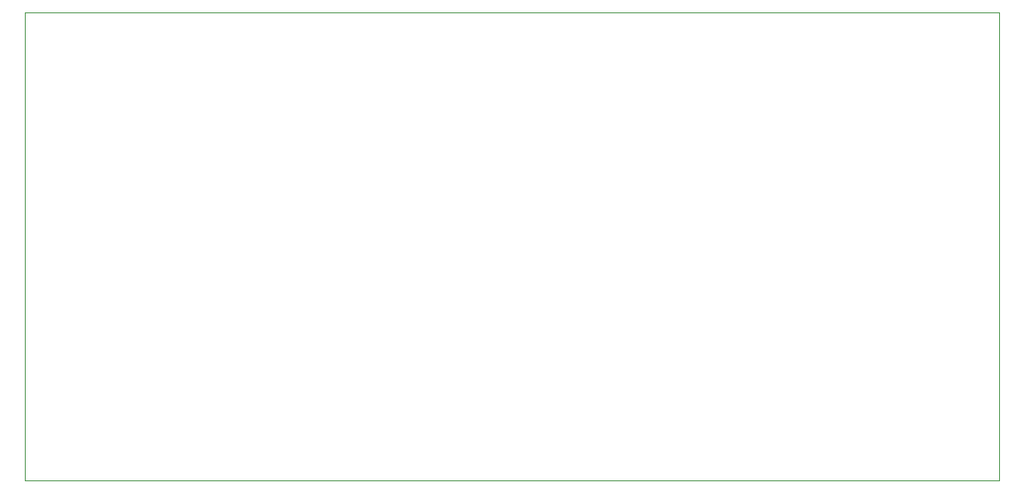
<source format=gbr>
%TF.GenerationSoftware,KiCad,Pcbnew,(5.1.9)-1*%
%TF.CreationDate,2021-05-06T15:16:18-04:00*%
%TF.ProjectId,c64interface,63363469-6e74-4657-9266-6163652e6b69,rev?*%
%TF.SameCoordinates,Original*%
%TF.FileFunction,Profile,NP*%
%FSLAX46Y46*%
G04 Gerber Fmt 4.6, Leading zero omitted, Abs format (unit mm)*
G04 Created by KiCad (PCBNEW (5.1.9)-1) date 2021-05-06 15:16:18*
%MOMM*%
%LPD*%
G01*
G04 APERTURE LIST*
%TA.AperFunction,Profile*%
%ADD10C,0.050000*%
%TD*%
G04 APERTURE END LIST*
D10*
X139862560Y-134213600D02*
X40253920Y-134213600D01*
X139862560Y-86400640D02*
X139862560Y-134213600D01*
X40253920Y-86390480D02*
X139862560Y-86400640D01*
X40253920Y-134213600D02*
X40253920Y-86390480D01*
M02*

</source>
